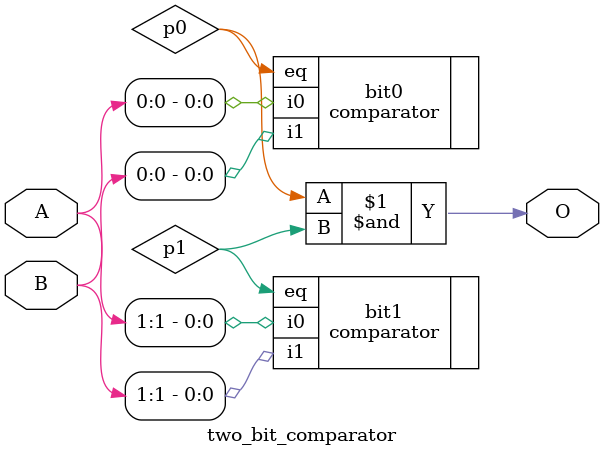
<source format=v>
module two_bit_comparator(
    input wire[1:0]A,B,
    output wire O
);
wire p0,p1;
comparator bit0(.i0(A[0]),.i1(B[0]),.eq(p0));
comparator bit1(.i0(A[1]),.i1(B[1]),.eq(p1));
assign O=p0 & p1;
endmodule
</source>
